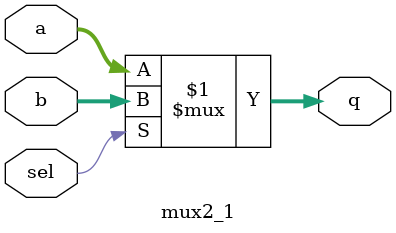
<source format=v>
module mux2_1(
	input [14:0] a, b,
	input sel,
	output [14:0] q
	);

	assign q = sel ? b : a;
	
endmodule
</source>
